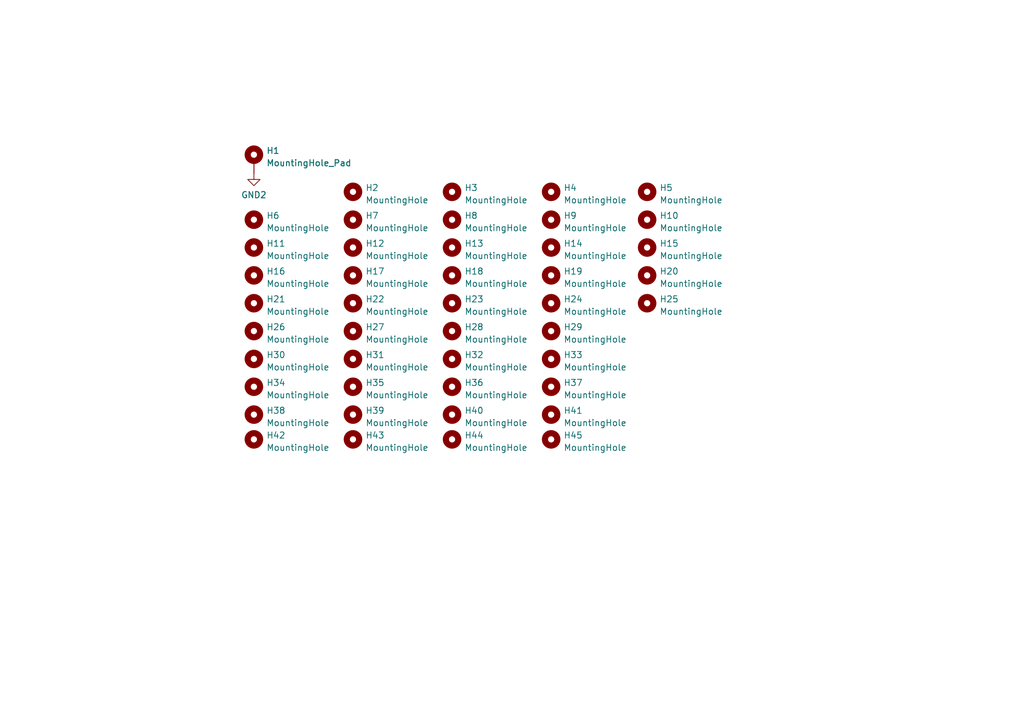
<source format=kicad_sch>
(kicad_sch (version 20230121) (generator eeschema)
  (paper "A5")
  (title_block (title "RF_R1_8-9Xu PCB") (date "2023-11-23") (rev "1.2") (company "LU.SV Solutions") (comment 1 "Cipulot PCB Design") (comment 2 "Cipulot") (comment 3 "GNU General Public License v3.0 "))
  (lib_symbols
    (symbol "Mechanical:MountingHole" (pin_names (offset 1.016))
      (property "Reference" "H" (at 0 5.08 0))
      (property "Value" "MountingHole" (at 0 3.175 0))
      (symbol "MountingHole_0_1"
        (circle (center 0 0) (radius 1.27) (stroke (width 1.27)))
      )
    )
    (symbol "Mechanical:MountingHole_Pad" (pin_numbers hide) (pin_names (offset 1.016) hide)
      (property "Reference" "H" (at 0 6.35 0))
      (property "Value" "MountingHole_Pad" (at 0 4.445 0))
      (symbol "MountingHole_Pad_0_1"
        (circle (center 0 1.27) (radius 1.27) (stroke (width 1.27)))
      )
      (symbol "MountingHole_Pad_1_1"
        (pin input line (at 0 -2.54 90) (length 2.54) (name "1") (number "1"))
      )
    )
    (symbol "power:GND2" (power) (pin_names (offset 0))
      (property "Value" "GND2" (at 0 -3.81 0))
      (symbol "GND2_0_1"
        (polyline (pts (xy 0 0) (xy 0 -1.27) (xy 1.27 -1.27) (xy 0 -2.54) (xy -1.27 -1.27) (xy 0 -1.27)))
      )
      (symbol "GND2_1_1"
        (pin power_in line (at 0 0 270) (length 0) hide (name "GND2") (number "1"))
      )
    )
  )
  (symbol (lib_id "Mechanical:MountingHole") (at 92.71 73.66 0) (unit 1)
    (property "Reference" "H32" (at 95.25 72.8253 0) (effects (justify left)))
    (property "Value" "MountingHole" (at 95.25 75.3622 0) (effects (justify left)))
    (property "Footprint" "cipulot_parts:HOLE_M2_RF" (effects hide))
  )
  (symbol (lib_id "Mechanical:MountingHole") (at 113.03 39.37 0) (unit 1)
    (property "Reference" "H4" (at 115.57 38.5353 0) (effects (justify left)))
    (property "Value" "MountingHole" (at 115.57 41.0722 0) (effects (justify left)))
    (property "Footprint" "cipulot_parts:HOLE_M2_RF" (effects hide))
  )
  (symbol (lib_id "Mechanical:MountingHole") (at 72.39 67.945 0) (unit 1)
    (property "Reference" "H27" (at 74.93 67.1103 0) (effects (justify left)))
    (property "Value" "MountingHole" (at 74.93 69.6472 0) (effects (justify left)))
    (property "Footprint" "cipulot_parts:HOLE_M2_RF" (effects hide))
  )
  (symbol (lib_id "Mechanical:MountingHole") (at 132.715 45.085 0) (unit 1)
    (property "Reference" "H10" (at 135.255 44.2503 0) (effects (justify left)))
    (property "Value" "MountingHole" (at 135.255 46.7872 0) (effects (justify left)))
    (property "Footprint" "cipulot_parts:HOLE_M2_RF" (effects hide))
  )
  (symbol (lib_id "Mechanical:MountingHole") (at 113.03 73.66 0) (unit 1)
    (property "Reference" "H33" (at 115.57 72.8253 0) (effects (justify left)))
    (property "Value" "MountingHole" (at 115.57 75.3622 0) (effects (justify left)))
    (property "Footprint" "cipulot_parts:HOLE_M2_RF" (effects hide))
  )
  (symbol (lib_id "Mechanical:MountingHole_Pad") (at 52.07 33.02 0) (unit 1)
    (property "Reference" "H1" (at 54.61 30.9153 0) (effects (justify left)))
    (property "Value" "MountingHole_Pad" (at 54.61 33.4522 0) (effects (justify left)))
    (property "Footprint" "cipulot_parts:M2.5_RF_Shield" (effects hide))
  )
  (symbol (lib_id "Mechanical:MountingHole") (at 52.07 85.09 0) (unit 1)
    (property "Reference" "H38" (at 54.61 84.2553 0) (effects (justify left)))
    (property "Value" "MountingHole" (at 54.61 86.7922 0) (effects (justify left)))
    (property "Footprint" "cipulot_parts:HOLE_M2_RF" (effects hide))
  )
  (symbol (lib_id "Mechanical:MountingHole") (at 92.71 85.09 0) (unit 1)
    (property "Reference" "H40" (at 95.25 84.2553 0) (effects (justify left)))
    (property "Value" "MountingHole" (at 95.25 86.7922 0) (effects (justify left)))
    (property "Footprint" "cipulot_parts:HOLE_M2_RF" (effects hide))
  )
  (symbol (lib_id "Mechanical:MountingHole") (at 113.03 85.09 0) (unit 1)
    (property "Reference" "H41" (at 115.57 84.2553 0) (effects (justify left)))
    (property "Value" "MountingHole" (at 115.57 86.7922 0) (effects (justify left)))
    (property "Footprint" "cipulot_parts:HOLE_M2_RF" (effects hide))
  )
  (symbol (lib_id "Mechanical:MountingHole") (at 92.71 90.17 0) (unit 1)
    (property "Reference" "H44" (at 95.25 89.3353 0) (effects (justify left)))
    (property "Value" "MountingHole" (at 95.25 91.8722 0) (effects (justify left)))
    (property "Footprint" "cipulot_parts:HOLE_M2_RF" (effects hide))
  )
  (symbol (lib_id "Mechanical:MountingHole") (at 72.39 50.8 0) (unit 1)
    (property "Reference" "H12" (at 74.93 49.9653 0) (effects (justify left)))
    (property "Value" "MountingHole" (at 74.93 52.5022 0) (effects (justify left)))
    (property "Footprint" "cipulot_parts:HOLE_M2_RF" (effects hide))
  )
  (symbol (lib_id "Mechanical:MountingHole") (at 113.03 56.515 0) (unit 1)
    (property "Reference" "H19" (at 115.57 55.6803 0) (effects (justify left)))
    (property "Value" "MountingHole" (at 115.57 58.2172 0) (effects (justify left)))
    (property "Footprint" "cipulot_parts:HOLE_M2_RF" (effects hide))
  )
  (symbol (lib_id "Mechanical:MountingHole") (at 113.03 67.945 0) (unit 1)
    (property "Reference" "H29" (at 115.57 67.1103 0) (effects (justify left)))
    (property "Value" "MountingHole" (at 115.57 69.6472 0) (effects (justify left)))
    (property "Footprint" "cipulot_parts:HOLE_M2_RF" (effects hide))
  )
  (symbol (lib_id "Mechanical:MountingHole") (at 92.71 62.23 0) (unit 1)
    (property "Reference" "H23" (at 95.25 61.3953 0) (effects (justify left)))
    (property "Value" "MountingHole" (at 95.25 63.9322 0) (effects (justify left)))
    (property "Footprint" "cipulot_parts:HOLE_M2_RF" (effects hide))
  )
  (symbol (lib_id "Mechanical:MountingHole") (at 52.07 67.945 0) (unit 1)
    (property "Reference" "H26" (at 54.61 67.1103 0) (effects (justify left)))
    (property "Value" "MountingHole" (at 54.61 69.6472 0) (effects (justify left)))
    (property "Footprint" "cipulot_parts:HOLE_M2_RF" (effects hide))
  )
  (symbol (lib_id "Mechanical:MountingHole") (at 113.03 50.8 0) (unit 1)
    (property "Reference" "H14" (at 115.57 49.9653 0) (effects (justify left)))
    (property "Value" "MountingHole" (at 115.57 52.5022 0) (effects (justify left)))
    (property "Footprint" "cipulot_parts:HOLE_M2_RF" (effects hide))
  )
  (symbol (lib_id "Mechanical:MountingHole") (at 92.71 45.085 0) (unit 1)
    (property "Reference" "H8" (at 95.25 44.2503 0) (effects (justify left)))
    (property "Value" "MountingHole" (at 95.25 46.7872 0) (effects (justify left)))
    (property "Footprint" "cipulot_parts:HOLE_M2_RF" (effects hide))
  )
  (symbol (lib_id "Mechanical:MountingHole") (at 92.71 79.375 0) (unit 1)
    (property "Reference" "H36" (at 95.25 78.5403 0) (effects (justify left)))
    (property "Value" "MountingHole" (at 95.25 81.0772 0) (effects (justify left)))
    (property "Footprint" "cipulot_parts:HOLE_M2_RF" (effects hide))
  )
  (symbol (lib_id "Mechanical:MountingHole") (at 113.03 79.375 0) (unit 1)
    (property "Reference" "H37" (at 115.57 78.5403 0) (effects (justify left)))
    (property "Value" "MountingHole" (at 115.57 81.0772 0) (effects (justify left)))
    (property "Footprint" "cipulot_parts:HOLE_M2_RF" (effects hide))
  )
  (symbol (lib_id "Mechanical:MountingHole") (at 132.715 50.8 0) (unit 1)
    (property "Reference" "H15" (at 135.255 49.9653 0) (effects (justify left)))
    (property "Value" "MountingHole" (at 135.255 52.5022 0) (effects (justify left)))
    (property "Footprint" "cipulot_parts:HOLE_M2_RF" (effects hide))
  )
  (symbol (lib_id "Mechanical:MountingHole") (at 72.39 73.66 0) (unit 1)
    (property "Reference" "H31" (at 74.93 72.8253 0) (effects (justify left)))
    (property "Value" "MountingHole" (at 74.93 75.3622 0) (effects (justify left)))
    (property "Footprint" "cipulot_parts:HOLE_M2_RF" (effects hide))
  )
  (symbol (lib_id "Mechanical:MountingHole") (at 113.03 45.085 0) (unit 1)
    (property "Reference" "H9" (at 115.57 44.2503 0) (effects (justify left)))
    (property "Value" "MountingHole" (at 115.57 46.7872 0) (effects (justify left)))
    (property "Footprint" "cipulot_parts:HOLE_M2_RF" (effects hide))
  )
  (symbol (lib_id "Mechanical:MountingHole") (at 92.71 39.37 0) (unit 1)
    (property "Reference" "H3" (at 95.25 38.5353 0) (effects (justify left)))
    (property "Value" "MountingHole" (at 95.25 41.0722 0) (effects (justify left)))
    (property "Footprint" "cipulot_parts:HOLE_M2_RF" (effects hide))
  )
  (symbol (lib_id "Mechanical:MountingHole") (at 72.39 85.09 0) (unit 1)
    (property "Reference" "H39" (at 74.93 84.2553 0) (effects (justify left)))
    (property "Value" "MountingHole" (at 74.93 86.7922 0) (effects (justify left)))
    (property "Footprint" "cipulot_parts:HOLE_M2_RF" (effects hide))
  )
  (symbol (lib_id "Mechanical:MountingHole") (at 72.39 39.37 0) (unit 1)
    (property "Reference" "H2" (at 74.93 38.5353 0) (effects (justify left)))
    (property "Value" "MountingHole" (at 74.93 41.0722 0) (effects (justify left)))
    (property "Footprint" "cipulot_parts:HOLE_M2_RF" (effects hide))
  )
  (symbol (lib_id "Mechanical:MountingHole") (at 52.07 50.8 0) (unit 1)
    (property "Reference" "H11" (at 54.61 49.9653 0) (effects (justify left)))
    (property "Value" "MountingHole" (at 54.61 52.5022 0) (effects (justify left)))
    (property "Footprint" "cipulot_parts:HOLE_M2_RF" (effects hide))
  )
  (symbol (lib_id "Mechanical:MountingHole") (at 92.71 50.8 0) (unit 1)
    (property "Reference" "H13" (at 95.25 49.9653 0) (effects (justify left)))
    (property "Value" "MountingHole" (at 95.25 52.5022 0) (effects (justify left)))
    (property "Footprint" "cipulot_parts:HOLE_M2_RF" (effects hide))
  )
  (symbol (lib_id "Mechanical:MountingHole") (at 52.07 62.23 0) (unit 1)
    (property "Reference" "H21" (at 54.61 61.3953 0) (effects (justify left)))
    (property "Value" "MountingHole" (at 54.61 63.9322 0) (effects (justify left)))
    (property "Footprint" "cipulot_parts:HOLE_M2_RF" (effects hide))
  )
  (symbol (lib_id "Mechanical:MountingHole") (at 72.39 90.17 0) (unit 1)
    (property "Reference" "H43" (at 74.93 89.3353 0) (effects (justify left)))
    (property "Value" "MountingHole" (at 74.93 91.8722 0) (effects (justify left)))
    (property "Footprint" "cipulot_parts:HOLE_M2_RF" (effects hide))
  )
  (symbol (lib_id "Mechanical:MountingHole") (at 132.715 39.37 0) (unit 1)
    (property "Reference" "H5" (at 135.255 38.5353 0) (effects (justify left)))
    (property "Value" "MountingHole" (at 135.255 41.0722 0) (effects (justify left)))
    (property "Footprint" "cipulot_parts:HOLE_M2_RF" (effects hide))
  )
  (symbol (lib_id "Mechanical:MountingHole") (at 52.07 56.515 0) (unit 1)
    (property "Reference" "H16" (at 54.61 55.6803 0) (effects (justify left)))
    (property "Value" "MountingHole" (at 54.61 58.2172 0) (effects (justify left)))
    (property "Footprint" "cipulot_parts:HOLE_M2_RF" (effects hide))
  )
  (symbol (lib_id "power:GND2") (at 52.07 35.56 0) (unit 1)
    (property "Reference" "#PWR070" (effects hide))
    (property "Value" "GND2" (at 52.07 40.0034 0))
  )
  (symbol (lib_id "Mechanical:MountingHole") (at 113.03 62.23 0) (unit 1)
    (property "Reference" "H24" (at 115.57 61.3953 0) (effects (justify left)))
    (property "Value" "MountingHole" (at 115.57 63.9322 0) (effects (justify left)))
    (property "Footprint" "cipulot_parts:HOLE_M2_RF" (effects hide))
  )
  (symbol (lib_id "Mechanical:MountingHole") (at 92.71 56.515 0) (unit 1)
    (property "Reference" "H18" (at 95.25 55.6803 0) (effects (justify left)))
    (property "Value" "MountingHole" (at 95.25 58.2172 0) (effects (justify left)))
    (property "Footprint" "cipulot_parts:HOLE_M2_RF" (effects hide))
  )
  (symbol (lib_id "Mechanical:MountingHole") (at 132.715 56.515 0) (unit 1)
    (property "Reference" "H20" (at 135.255 55.6803 0) (effects (justify left)))
    (property "Value" "MountingHole" (at 135.255 58.2172 0) (effects (justify left)))
    (property "Footprint" "cipulot_parts:HOLE_M2_RF" (effects hide))
  )
  (symbol (lib_id "Mechanical:MountingHole") (at 52.07 73.66 0) (unit 1)
    (property "Reference" "H30" (at 54.61 72.8253 0) (effects (justify left)))
    (property "Value" "MountingHole" (at 54.61 75.3622 0) (effects (justify left)))
    (property "Footprint" "cipulot_parts:HOLE_M2_RF" (effects hide))
  )
  (symbol (lib_id "Mechanical:MountingHole") (at 72.39 56.515 0) (unit 1)
    (property "Reference" "H17" (at 74.93 55.6803 0) (effects (justify left)))
    (property "Value" "MountingHole" (at 74.93 58.2172 0) (effects (justify left)))
    (property "Footprint" "cipulot_parts:HOLE_M2_RF" (effects hide))
  )
  (symbol (lib_id "Mechanical:MountingHole") (at 52.07 45.085 0) (unit 1)
    (property "Reference" "H6" (at 54.61 44.2503 0) (effects (justify left)))
    (property "Value" "MountingHole" (at 54.61 46.7872 0) (effects (justify left)))
    (property "Footprint" "cipulot_parts:HOLE_M2_RF" (effects hide))
  )
  (symbol (lib_id "Mechanical:MountingHole") (at 132.715 62.23 0) (unit 1)
    (property "Reference" "H25" (at 135.255 61.3953 0) (effects (justify left)))
    (property "Value" "MountingHole" (at 135.255 63.9322 0) (effects (justify left)))
    (property "Footprint" "cipulot_parts:HOLE_M2_RF" (effects hide))
  )
  (symbol (lib_id "Mechanical:MountingHole") (at 72.39 62.23 0) (unit 1)
    (property "Reference" "H22" (at 74.93 61.3953 0) (effects (justify left)))
    (property "Value" "MountingHole" (at 74.93 63.9322 0) (effects (justify left)))
    (property "Footprint" "cipulot_parts:HOLE_M2_RF" (effects hide))
  )
  (symbol (lib_id "Mechanical:MountingHole") (at 72.39 79.375 0) (unit 1)
    (property "Reference" "H35" (at 74.93 78.5403 0) (effects (justify left)))
    (property "Value" "MountingHole" (at 74.93 81.0772 0) (effects (justify left)))
    (property "Footprint" "cipulot_parts:HOLE_M2_RF" (effects hide))
  )
  (symbol (lib_id "Mechanical:MountingHole") (at 92.71 67.945 0) (unit 1)
    (property "Reference" "H28" (at 95.25 67.1103 0) (effects (justify left)))
    (property "Value" "MountingHole" (at 95.25 69.6472 0) (effects (justify left)))
    (property "Footprint" "cipulot_parts:HOLE_M2_RF" (effects hide))
  )
  (symbol (lib_id "Mechanical:MountingHole") (at 72.39 45.085 0) (unit 1)
    (property "Reference" "H7" (at 74.93 44.2503 0) (effects (justify left)))
    (property "Value" "MountingHole" (at 74.93 46.7872 0) (effects (justify left)))
    (property "Footprint" "cipulot_parts:HOLE_M2_RF" (effects hide))
  )
  (symbol (lib_id "Mechanical:MountingHole") (at 52.07 90.17 0) (unit 1)
    (property "Reference" "H42" (at 54.61 89.3353 0) (effects (justify left)))
    (property "Value" "MountingHole" (at 54.61 91.8722 0) (effects (justify left)))
    (property "Footprint" "cipulot_parts:HOLE_M2_RF" (effects hide))
  )
  (symbol (lib_id "Mechanical:MountingHole") (at 113.03 90.17 0) (unit 1)
    (property "Reference" "H45" (at 115.57 89.3353 0) (effects (justify left)))
    (property "Value" "MountingHole" (at 115.57 91.8722 0) (effects (justify left)))
    (property "Footprint" "cipulot_parts:HOLE_M2_RF" (effects hide))
  )
  (symbol (lib_id "Mechanical:MountingHole") (at 52.07 79.375 0) (unit 1)
    (property "Reference" "H34" (at 54.61 78.5403 0) (effects (justify left)))
    (property "Value" "MountingHole" (at 54.61 81.0772 0) (effects (justify left)))
    (property "Footprint" "cipulot_parts:HOLE_M2_RF" (effects hide))
  )
)
</source>
